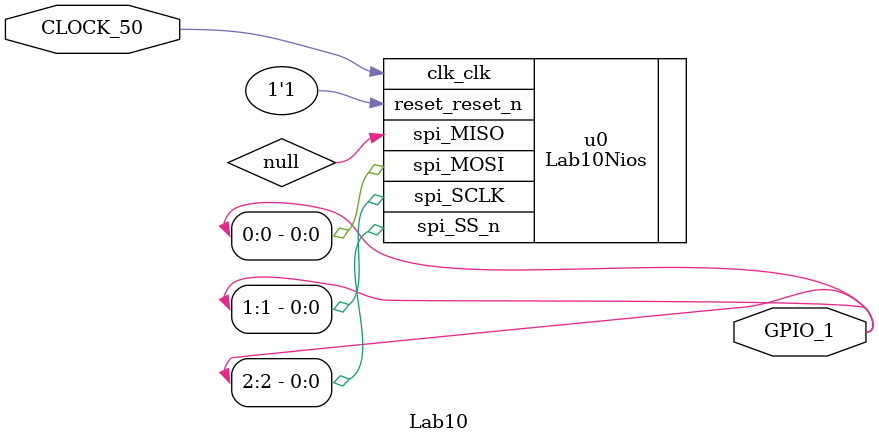
<source format=v>
	module Lab10(input CLOCK_50, output [2:0]GPIO_1);
	Lab10Nios u0 (
		.clk_clk       (CLOCK_50),       //   clk.clk
		.reset_reset_n (1'b1), // reset.reset_n
		.spi_MISO      (null),      //   spi.MISO
		.spi_MOSI      (GPIO_1[0]),      //      .MOSI
		.spi_SCLK      (GPIO_1[1]),      //      .SCLK
		.spi_SS_n      (GPIO_1[2])       //      .SS_n
	);
endmodule 

</source>
